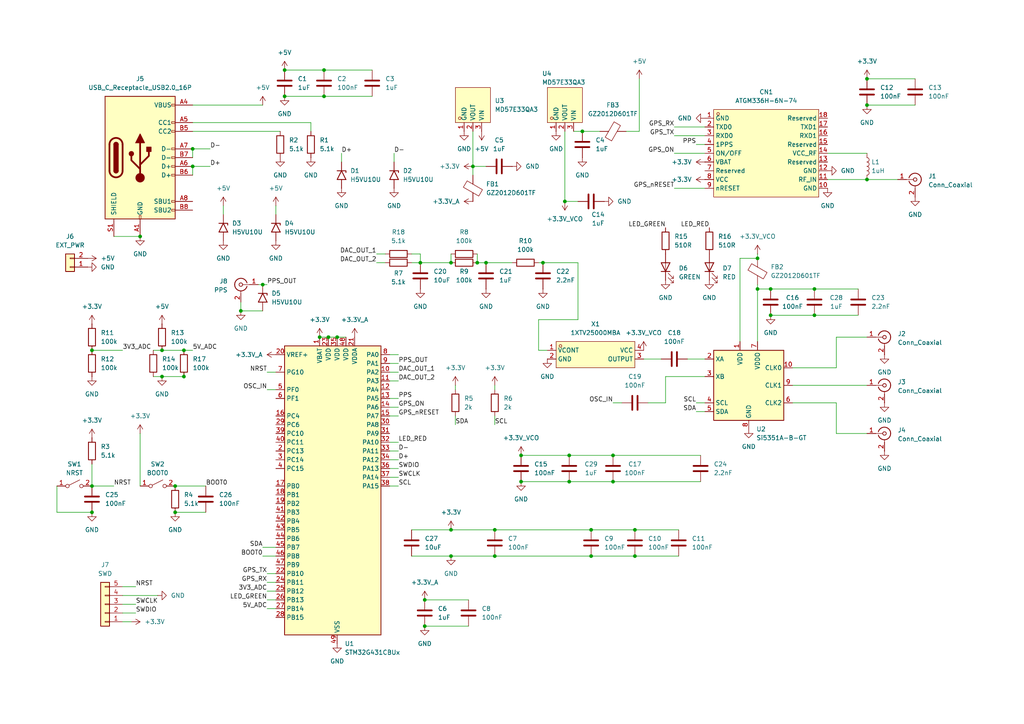
<source format=kicad_sch>
(kicad_sch (version 20231120) (generator "eeschema") (generator_version "8.0")
  (paper "A4")
  (junction (at 46.99 101.6))
  (junction (at 26.67 148.59))
  (junction (at 137.16 48.26))
  (junction (at 82.55 27.94))
  (junction (at 140.97 76.2))
  (junction (at 251.46 30.48))
  (junction (at 143.51 161.29))
  (junction (at 251.46 22.86))
  (junction (at 93.98 20.32))
  (junction (at 92.71 97.79))
  (junction (at 123.19 173.99))
  (junction (at 184.15 161.29))
  (junction (at 97.79 97.79))
  (junction (at 236.22 83.82))
  (junction (at 50.8 140.97))
  (junction (at 171.45 153.67))
  (junction (at 151.13 139.7))
  (junction (at 138.43 76.2))
  (junction (at 40.64 68.58))
  (junction (at 55.88 43.18))
  (junction (at 163.83 58.42))
  (junction (at 26.67 140.97))
  (junction (at 184.15 153.67))
  (junction (at 157.48 76.2))
  (junction (at 177.8 132.08))
  (junction (at 53.34 101.6))
  (junction (at 50.8 148.59))
  (junction (at 168.91 38.1))
  (junction (at 223.52 91.44))
  (junction (at 165.1 139.7))
  (junction (at 236.22 91.44))
  (junction (at 130.81 153.67))
  (junction (at 177.8 139.7))
  (junction (at 223.52 83.82))
  (junction (at 151.13 132.08))
  (junction (at 130.81 161.29))
  (junction (at 76.2 82.55))
  (junction (at 130.81 76.2))
  (junction (at 69.85 90.17))
  (junction (at 165.1 132.08))
  (junction (at 26.67 101.6))
  (junction (at 219.71 83.82))
  (junction (at 46.99 109.22))
  (junction (at 123.19 181.61))
  (junction (at 55.88 48.26))
  (junction (at 219.71 74.93))
  (junction (at 93.98 27.94))
  (junction (at 121.92 76.2))
  (junction (at 53.34 109.22))
  (junction (at 95.25 97.79))
  (junction (at 82.55 20.32))
  (junction (at 143.51 153.67))
  (junction (at 171.45 161.29))
  (junction (at 251.46 52.07))
  (wire (pts (xy 80.01 59.69) (xy 80.01 62.23)))
  (wire (pts (xy 50.8 148.59) (xy 59.69 148.59)))
  (wire (pts (xy 242.57 125.73) (xy 251.46 125.73)))
  (wire (pts (xy 137.16 48.26) (xy 137.16 50.8)))
  (wire (pts (xy 167.64 58.42) (xy 163.83 58.42)))
  (wire (pts (xy 97.79 97.79) (xy 100.33 97.79)))
  (wire (pts (xy 130.81 73.66) (xy 130.81 76.2)))
  (wire (pts (xy 109.22 76.2) (xy 111.76 76.2)))
  (wire (pts (xy 195.58 44.45) (xy 204.47 44.45)))
  (wire (pts (xy 26.67 148.59) (xy 16.51 148.59)))
  (wire (pts (xy 44.45 101.6) (xy 46.99 101.6)))
  (wire (pts (xy 199.39 104.14) (xy 204.47 104.14)))
  (wire (pts (xy 119.38 161.29) (xy 130.81 161.29)))
  (wire (pts (xy 242.57 97.79) (xy 251.46 97.79)))
  (wire (pts (xy 132.08 111.76) (xy 132.08 113.03)))
  (wire (pts (xy 109.22 73.66) (xy 111.76 73.66)))
  (wire (pts (xy 185.42 38.1) (xy 185.42 22.86)))
  (wire (pts (xy 55.88 43.18) (xy 60.96 43.18)))
  (wire (pts (xy 64.77 59.69) (xy 64.77 62.23)))
  (wire (pts (xy 115.57 133.35) (xy 113.03 133.35)))
  (wire (pts (xy 165.1 132.08) (xy 177.8 132.08)))
  (wire (pts (xy 123.19 181.61) (xy 135.89 181.61)))
  (wire (pts (xy 171.45 153.67) (xy 184.15 153.67)))
  (wire (pts (xy 137.16 38.1) (xy 137.16 48.26)))
  (wire (pts (xy 181.61 38.1) (xy 185.42 38.1)))
  (wire (pts (xy 115.57 130.81) (xy 113.03 130.81)))
  (wire (pts (xy 33.02 68.58) (xy 40.64 68.58)))
  (wire (pts (xy 177.8 139.7) (xy 203.2 139.7)))
  (wire (pts (xy 26.67 101.6) (xy 35.56 101.6)))
  (wire (pts (xy 99.06 44.45) (xy 99.06 46.99)))
  (wire (pts (xy 251.46 30.48) (xy 265.43 30.48)))
  (wire (pts (xy 90.17 35.56) (xy 90.17 38.1)))
  (wire (pts (xy 115.57 107.95) (xy 113.03 107.95)))
  (wire (pts (xy 156.21 101.6) (xy 158.75 101.6)))
  (wire (pts (xy 219.71 74.93) (xy 219.71 73.66)))
  (wire (pts (xy 77.47 171.45) (xy 80.01 171.45)))
  (wire (pts (xy 119.38 73.66) (xy 121.92 73.66)))
  (wire (pts (xy 55.88 35.56) (xy 90.17 35.56)))
  (wire (pts (xy 143.51 161.29) (xy 171.45 161.29)))
  (wire (pts (xy 204.47 109.22) (xy 193.04 109.22)))
  (wire (pts (xy 201.93 119.38) (xy 204.47 119.38)))
  (wire (pts (xy 55.88 48.26) (xy 55.88 50.8)))
  (wire (pts (xy 93.98 20.32) (xy 107.95 20.32)))
  (wire (pts (xy 55.88 48.26) (xy 60.96 48.26)))
  (wire (pts (xy 229.87 116.84) (xy 242.57 116.84)))
  (wire (pts (xy 219.71 83.82) (xy 219.71 82.55)))
  (wire (pts (xy 151.13 132.08) (xy 165.1 132.08)))
  (wire (pts (xy 33.02 140.97) (xy 26.67 140.97)))
  (wire (pts (xy 177.8 116.84) (xy 180.34 116.84)))
  (wire (pts (xy 115.57 110.49) (xy 113.03 110.49)))
  (wire (pts (xy 53.34 101.6) (xy 55.88 101.6)))
  (wire (pts (xy 44.45 109.22) (xy 46.99 109.22)))
  (wire (pts (xy 76.2 82.55) (xy 77.47 82.55)))
  (wire (pts (xy 114.3 44.45) (xy 114.3 46.99)))
  (wire (pts (xy 167.64 76.2) (xy 167.64 92.71)))
  (wire (pts (xy 140.97 48.26) (xy 137.16 48.26)))
  (wire (pts (xy 236.22 83.82) (xy 248.92 83.82)))
  (wire (pts (xy 113.03 140.97) (xy 115.57 140.97)))
  (wire (pts (xy 143.51 111.76) (xy 143.51 113.03)))
  (wire (pts (xy 77.47 176.53) (xy 80.01 176.53)))
  (wire (pts (xy 157.48 76.2) (xy 167.64 76.2)))
  (wire (pts (xy 214.63 74.93) (xy 219.71 74.93)))
  (wire (pts (xy 82.55 27.94) (xy 93.98 27.94)))
  (wire (pts (xy 95.25 97.79) (xy 97.79 97.79)))
  (wire (pts (xy 223.52 83.82) (xy 236.22 83.82)))
  (wire (pts (xy 167.64 92.71) (xy 156.21 92.71)))
  (wire (pts (xy 16.51 148.59) (xy 16.51 140.97)))
  (wire (pts (xy 240.03 52.07) (xy 251.46 52.07)))
  (wire (pts (xy 171.45 161.29) (xy 184.15 161.29)))
  (wire (pts (xy 240.03 44.45) (xy 251.46 44.45)))
  (wire (pts (xy 201.93 116.84) (xy 204.47 116.84)))
  (wire (pts (xy 115.57 128.27) (xy 113.03 128.27)))
  (wire (pts (xy 55.88 30.48) (xy 76.2 30.48)))
  (wire (pts (xy 38.1 180.34) (xy 35.56 180.34)))
  (wire (pts (xy 143.51 153.67) (xy 171.45 153.67)))
  (wire (pts (xy 219.71 83.82) (xy 219.71 99.06)))
  (wire (pts (xy 39.37 170.18) (xy 35.56 170.18)))
  (wire (pts (xy 77.47 173.99) (xy 80.01 173.99)))
  (wire (pts (xy 242.57 106.68) (xy 229.87 106.68)))
  (wire (pts (xy 93.98 27.94) (xy 107.95 27.94)))
  (wire (pts (xy 193.04 109.22) (xy 193.04 116.84)))
  (wire (pts (xy 184.15 161.29) (xy 196.85 161.29)))
  (wire (pts (xy 77.47 107.95) (xy 80.01 107.95)))
  (wire (pts (xy 39.37 175.26) (xy 35.56 175.26)))
  (wire (pts (xy 40.64 140.97) (xy 40.64 125.73)))
  (wire (pts (xy 143.51 123.19) (xy 143.51 120.65)))
  (wire (pts (xy 251.46 22.86) (xy 265.43 22.86)))
  (wire (pts (xy 115.57 105.41) (xy 113.03 105.41)))
  (wire (pts (xy 55.88 38.1) (xy 81.28 38.1)))
  (wire (pts (xy 223.52 83.82) (xy 219.71 83.82)))
  (wire (pts (xy 201.93 41.91) (xy 204.47 41.91)))
  (wire (pts (xy 77.47 166.37) (xy 80.01 166.37)))
  (wire (pts (xy 121.92 76.2) (xy 130.81 76.2)))
  (wire (pts (xy 151.13 139.7) (xy 165.1 139.7)))
  (wire (pts (xy 138.43 76.2) (xy 140.97 76.2)))
  (wire (pts (xy 76.2 161.29) (xy 80.01 161.29)))
  (wire (pts (xy 236.22 91.44) (xy 248.92 91.44)))
  (wire (pts (xy 123.19 173.99) (xy 135.89 173.99)))
  (wire (pts (xy 195.58 54.61) (xy 204.47 54.61)))
  (wire (pts (xy 251.46 52.07) (xy 260.35 52.07)))
  (wire (pts (xy 82.55 20.32) (xy 93.98 20.32)))
  (wire (pts (xy 177.8 132.08) (xy 203.2 132.08)))
  (wire (pts (xy 92.71 97.79) (xy 95.25 97.79)))
  (wire (pts (xy 130.81 153.67) (xy 143.51 153.67)))
  (wire (pts (xy 59.69 140.97) (xy 50.8 140.97)))
  (wire (pts (xy 115.57 138.43) (xy 113.03 138.43)))
  (wire (pts (xy 166.37 38.1) (xy 168.91 38.1)))
  (wire (pts (xy 121.92 73.66) (xy 121.92 76.2)))
  (wire (pts (xy 223.52 91.44) (xy 236.22 91.44)))
  (wire (pts (xy 115.57 120.65) (xy 113.03 120.65)))
  (wire (pts (xy 165.1 139.7) (xy 177.8 139.7)))
  (wire (pts (xy 46.99 101.6) (xy 53.34 101.6)))
  (wire (pts (xy 55.88 43.18) (xy 55.88 45.72)))
  (wire (pts (xy 53.34 109.22) (xy 46.99 109.22)))
  (wire (pts (xy 39.37 177.8) (xy 35.56 177.8)))
  (wire (pts (xy 186.69 104.14) (xy 191.77 104.14)))
  (wire (pts (xy 76.2 158.75) (xy 80.01 158.75)))
  (wire (pts (xy 156.21 76.2) (xy 157.48 76.2)))
  (wire (pts (xy 163.83 58.42) (xy 163.83 38.1)))
  (wire (pts (xy 115.57 135.89) (xy 113.03 135.89)))
  (wire (pts (xy 113.03 115.57) (xy 115.57 115.57)))
  (wire (pts (xy 242.57 97.79) (xy 242.57 106.68)))
  (wire (pts (xy 69.85 90.17) (xy 76.2 90.17)))
  (wire (pts (xy 53.34 107.95) (xy 53.34 109.22)))
  (wire (pts (xy 242.57 116.84) (xy 242.57 125.73)))
  (wire (pts (xy 132.08 123.19) (xy 132.08 120.65)))
  (wire (pts (xy 138.43 73.66) (xy 138.43 76.2)))
  (wire (pts (xy 195.58 39.37) (xy 204.47 39.37)))
  (wire (pts (xy 195.58 36.83) (xy 204.47 36.83)))
  (wire (pts (xy 74.93 82.55) (xy 76.2 82.55)))
  (wire (pts (xy 69.85 90.17) (xy 69.85 87.63)))
  (wire (pts (xy 77.47 113.03) (xy 80.01 113.03)))
  (wire (pts (xy 229.87 111.76) (xy 251.46 111.76)))
  (wire (pts (xy 45.72 172.72) (xy 35.56 172.72)))
  (wire (pts (xy 119.38 153.67) (xy 130.81 153.67)))
  (wire (pts (xy 156.21 92.71) (xy 156.21 101.6)))
  (wire (pts (xy 115.57 118.11) (xy 113.03 118.11)))
  (wire (pts (xy 119.38 76.2) (xy 121.92 76.2)))
  (wire (pts (xy 193.04 116.84) (xy 187.96 116.84)))
  (wire (pts (xy 168.91 38.1) (xy 173.99 38.1)))
  (wire (pts (xy 26.67 134.62) (xy 26.67 140.97)))
  (wire (pts (xy 140.97 76.2) (xy 148.59 76.2)))
  (wire (pts (xy 77.47 168.91) (xy 80.01 168.91)))
  (wire (pts (xy 214.63 74.93) (xy 214.63 99.06)))
  (wire (pts (xy 115.57 102.87) (xy 113.03 102.87)))
  (wire (pts (xy 130.81 161.29) (xy 143.51 161.29)))
  (wire (pts (xy 184.15 153.67) (xy 196.85 153.67)))
  (label "D+" (at 60.96 48.26 0))
  (label "SCL" (at 115.57 140.97 0))
  (label "SCL" (at 143.51 123.19 0))
  (label "D+" (at 115.57 133.35 0))
  (label "OSC_IN" (at 177.8 116.84 180))
  (label "SCL" (at 201.93 116.84 180))
  (label "GPS_RX" (at 77.47 168.91 180))
  (label "DAC_OUT_1" (at 115.57 107.95 0))
  (label "5V_ADC" (at 77.47 176.53 180))
  (label "DAC_OUT_2" (at 115.57 110.49 0))
  (label "NRST" (at 33.02 140.97 0))
  (label "SWCLK" (at 115.57 138.43 0))
  (label "NRST" (at 39.37 170.18 0))
  (label "3V3_ADC" (at 77.47 171.45 180))
  (label "3V3_ADC" (at 35.56 101.6 0))
  (label "GPS_ON" (at 115.57 118.11 0))
  (label "GPS_nRESET" (at 115.57 120.65 0))
  (label "LED_RED" (at 205.74 66.04 180))
  (label "GPS_RX" (at 195.58 36.83 180))
  (label "SDA" (at 76.2 158.75 180))
  (label "GPS_nRESET" (at 195.58 54.61 180))
  (label "GPS_TX" (at 195.58 39.37 180))
  (label "D-" (at 60.96 43.18 0))
  (label "SWDIO" (at 115.57 135.89 0))
  (label "D+" (at 99.06 44.45 0))
  (label "PPS" (at 201.93 41.91 180))
  (label "SWCLK" (at 39.37 175.26 0))
  (label "NRST" (at 77.47 107.95 180))
  (label "SWDIO" (at 39.37 177.8 0))
  (label "D-" (at 115.57 130.81 0))
  (label "GPS_TX" (at 77.47 166.37 180))
  (label "LED_GREEN" (at 77.47 173.99 180))
  (label "D-" (at 114.3 44.45 0))
  (label "DAC_OUT_2" (at 109.22 76.2 180))
  (label "BOOT0" (at 76.2 161.29 180))
  (label "PPS" (at 115.57 115.57 0))
  (label "OSC_IN" (at 77.47 113.03 180))
  (label "PPS_OUT" (at 77.47 82.55 0))
  (label "SDA" (at 132.08 123.19 0))
  (label "SDA" (at 201.93 119.38 180))
  (label "LED_GREEN" (at 193.04 66.04 180))
  (label "PPS_OUT" (at 115.57 105.41 0))
  (label "5V_ADC" (at 55.88 101.6 0))
  (label "DAC_OUT_1" (at 109.22 73.66 180))
  (label "GPS_ON" (at 195.58 44.45 180))
  (label "LED_RED" (at 115.57 128.27 0))
  (label "BOOT0" (at 59.69 140.97 0))
  (symbol (lib_id "Device:R") (at 134.62 73.66 90) (unit 1)
    (property "Reference" "R8" (at 134.62 67.31 90))
    (property "Value" "100k" (at 134.62 69.85 90))
    (property "Footprint" "Resistor_SMD:R_0603_1608Metric" (effects (hide yes)))
    (property "Description" "Resistor" (effects (hide yes)))
  )
  (symbol (lib_id "Device:C") (at 26.67 144.78 180) (unit 1)
    (property "Reference" "C25" (at 30.48 143.5099 0) (effects (justify right)))
    (property "Value" "100nF" (at 30.48 146.0499 0) (effects (justify right)))
    (property "Footprint" "Capacitor_SMD:C_0603_1608Metric" (effects (hide yes)))
    (property "Description" "Unpolarized capacitor" (effects (hide yes)))
  )
  (symbol (lib_id "power:GND") (at 175.26 58.42 90) (unit 1)
    (property "Reference" "#PWR055" (effects (hide yes)))
    (property "Value" "GND" (at 179.07 58.4199 90) (effects (justify right)))
    (property "Description" "Power symbol creates a global label with name \"GND\" , ground" (effects (hide yes)))
  )
  (symbol (lib_id "power:GND") (at 69.85 90.17 0) (unit 1)
    (property "Reference" "#PWR059" (effects (hide yes)))
    (property "Value" "GND" (at 69.85 95.25 0))
    (property "Description" "Power symbol creates a global label with name \"GND\" , ground" (effects (hide yes)))
  )
  (symbol (lib_id "power:GND") (at 45.72 172.72 90) (unit 1)
    (property "Reference" "#PWR052" (effects (hide yes)))
    (property "Value" "GND" (at 49.53 172.7199 90) (effects (justify right)))
    (property "Description" "Power symbol creates a global label with name \"GND\" , ground" (effects (hide yes)))
  )
  (symbol (lib_id "Connector_Generic:Conn_01x05") (at 30.48 175.26 180) (unit 1)
    (property "Reference" "J7" (at 30.48 163.83 0))
    (property "Value" "SWD" (at 30.48 166.37 0))
    (property "Footprint" "Connector_PinHeader_2.54mm:PinHeader_1x05_P2.54mm_Vertical" (effects (hide yes)))
    (property "Description" "Generic connector, single row, 01x05, script generated (kicad-library-utils/schlib/autogen/connector/)" (effects (hide yes)))
  )
  (symbol (lib_id "power:GND") (at 251.46 30.48 0) (unit 1)
    (property "Reference" "#PWR029" (effects (hide yes)))
    (property "Value" "GND" (at 251.46 35.56 0))
    (property "Description" "Power symbol creates a global label with name \"GND\" , ground" (effects (hide yes)))
  )
  (symbol (lib_id "Device:R") (at 143.51 116.84 180) (unit 1)
    (property "Reference" "R6" (at 146.05 115.5699 0) (effects (justify right)))
    (property "Value" "2k" (at 146.05 118.1099 0) (effects (justify right)))
    (property "Footprint" "Resistor_SMD:R_0603_1608Metric" (effects (hide yes)))
    (property "Description" "Resistor" (effects (hide yes)))
  )
  (symbol (lib_id "power:GND") (at 168.91 45.72 0) (unit 1)
    (property "Reference" "#PWR068" (effects (hide yes)))
    (property "Value" "GND" (at 168.91 50.8 0))
    (property "Description" "Power symbol creates a global label with name \"GND\" , ground" (effects (hide yes)))
  )
  (symbol (lib_id "Connector:Conn_Coaxial") (at 256.54 111.76 0) (unit 1)
    (property "Reference" "J3" (at 260.35 110.7831 0) (effects (justify left)))
    (property "Value" "Conn_Coaxial" (at 260.35 113.3231 0) (effects (justify left)))
    (property "Footprint" "easyeda:SMA-SMD_BWSMA-KE-P001" (effects (hide yes)))
    (property "Description" "coaxial connector (BNC, SMA, SMB, SMC, Cinch/RCA, LEMO, ...)" (effects (hide yes)))
  )
  (symbol (lib_id "power:+3.3V") (at 185.42 22.86 0) (unit 1)
    (property "Reference" "#PWR023" (effects (hide yes)))
    (property "Value" "+5V" (at 185.42 17.78 0))
    (property "Description" "Power symbol creates a global label with name \"+3.3V\"" (effects (hide yes)))
  )
  (symbol (lib_id "easyeda:ATGM336H-6N-74") (at 222.25 44.45 0) (unit 1)
    (property "Reference" "CN1" (at 222.25 26.67 0))
    (property "Value" "ATGM336H-6N-74" (at 222.25 29.21 0))
    (property "Footprint" "easyeda:COMM-SMD_18P-L10.1-W9.7-P1.1-TL_L76-LB" (effects (hide yes)))
    (property "LCSC Part" "C5804601" (effects (hide yes)))
  )
  (symbol (lib_id "Device:R") (at 115.57 76.2 90) (unit 1)
    (property "Reference" "R7" (at 115.57 79.248 90))
    (property "Value" "5.1k" (at 115.57 81.788 90))
    (property "Footprint" "Resistor_SMD:R_0603_1608Metric" (effects (hide yes)))
    (property "Description" "Resistor" (effects (hide yes)))
  )
  (symbol (lib_id "Device:FerriteBead") (at 137.16 54.61 180) (unit 1)
    (property "Reference" "FB1" (at 140.97 53.3907 0) (effects (justify right)))
    (property "Value" "GZ2012D601TF" (at 140.97 55.9307 0) (effects (justify right)))
    (property "Footprint" "Inductor_SMD:L_0805_2012Metric" (effects (hide yes)))
    (property "Description" "Ferrite bead" (effects (hide yes)))
  )
  (symbol (lib_id "power:GND") (at 240.03 54.61 0) (unit 1)
    (property "Reference" "#PWR02" (effects (hide yes)))
    (property "Value" "GND" (at 240.03 59.69 0))
    (property "Description" "Power symbol creates a global label with name \"GND\" , ground" (effects (hide yes)))
  )
  (symbol (lib_id "easyeda:MD57E33QA3") (at 137.16 30.48 90) (unit 1)
    (property "Reference" "U3" (at 143.51 29.2099 90) (effects (justify right)))
    (property "Value" "MD57E33QA3" (at 143.51 31.7499 90) (effects (justify right)))
    (property "Footprint" "easyeda:SOT-23-3_L2.9-W1.6-P1.90-LS2.8-BR" (effects (hide yes)))
    (property "LCSC Part" "C920553" (effects (hide yes)))
  )
  (symbol (lib_id "Device:R") (at 134.62 76.2 90) (unit 1)
    (property "Reference" "R9" (at 134.62 78.74 90))
    (property "Value" "100k" (at 134.62 81.28 90))
    (property "Footprint" "Resistor_SMD:R_0603_1608Metric" (effects (hide yes)))
    (property "Description" "Resistor" (effects (hide yes)))
  )
  (symbol (lib_id "Device:C") (at 59.69 144.78 180) (unit 1)
    (property "Reference" "C26" (at 63.5 143.5099 0) (effects (justify right)))
    (property "Value" "100nF" (at 63.5 146.0499 0) (effects (justify right)))
    (property "Footprint" "Capacitor_SMD:C_0603_1608Metric" (effects (hide yes)))
    (property "Description" "Unpolarized capacitor" (effects (hide yes)))
  )
  (symbol (lib_id "Device:C") (at 123.19 177.8 0) (unit 1)
    (property "Reference" "C6" (at 127 176.5299 0) (effects (justify left)))
    (property "Value" "1uF" (at 127 179.0699 0) (effects (justify left)))
    (property "Footprint" "Capacitor_SMD:C_0603_1608Metric" (effects (hide yes)))
    (property "Description" "Unpolarized capacitor" (effects (hide yes)))
  )
  (symbol (lib_id "power:+3.3V") (at 219.71 73.66 0) (unit 1)
    (property "Reference" "#PWR033" (effects (hide yes)))
    (property "Value" "+3.3V_VCO" (at 219.71 68.58 0))
    (property "Description" "Power symbol creates a global label with name \"+3.3V\"" (effects (hide yes)))
  )
  (symbol (lib_id "Device:C") (at 143.51 157.48 0) (unit 1)
    (property "Reference" "C7" (at 147.32 156.2099 0) (effects (justify left)))
    (property "Value" "100nF" (at 147.32 158.7499 0) (effects (justify left)))
    (property "Footprint" "Capacitor_SMD:C_0603_1608Metric" (effects (hide yes)))
    (property "Description" "Unpolarized capacitor" (effects (hide yes)))
  )
  (symbol (lib_id "Device:C") (at 184.15 116.84 90) (unit 1)
    (property "Reference" "C19" (at 184.15 109.22 90))
    (property "Value" "100nF" (at 184.15 111.76 90))
    (property "Footprint" "Capacitor_SMD:C_0603_1608Metric" (effects (hide yes)))
    (property "Description" "Unpolarized capacitor" (effects (hide yes)))
  )
  (symbol (lib_id "power:GND") (at 217.17 124.46 0) (unit 1)
    (property "Reference" "#PWR08" (effects (hide yes)))
    (property "Value" "GND" (at 217.17 129.54 0))
    (property "Description" "Power symbol creates a global label with name \"GND\" , ground" (effects (hide yes)))
  )
  (symbol (lib_id "Device:LED") (at 205.74 77.47 90) (unit 1)
    (property "Reference" "D7" (at 209.55 77.7874 90) (effects (justify right)))
    (property "Value" "RED" (at 209.55 80.3274 90) (effects (justify right)))
    (property "Footprint" "LED_SMD:LED_0603_1608Metric" (effects (hide yes)))
    (property "Description" "Light emitting diode" (effects (hide yes)))
  )
  (symbol (lib_id "Device:R") (at 26.67 130.81 180) (unit 1)
    (property "Reference" "R3" (at 29.21 129.5399 0) (effects (justify right)))
    (property "Value" "5.1k" (at 29.21 132.0799 0) (effects (justify right)))
    (property "Footprint" "Resistor_SMD:R_0603_1608Metric" (effects (hide yes)))
    (property "Description" "Resistor" (effects (hide yes)))
  )
  (symbol (lib_id "power:GND") (at 158.75 104.14 0) (unit 1)
    (property "Reference" "#PWR09" (effects (hide yes)))
    (property "Value" "GND" (at 158.75 109.22 0))
    (property "Description" "Power symbol creates a global label with name \"GND\" , ground" (effects (hide yes)))
  )
  (symbol (lib_id "power:+3.3V") (at 46.99 93.98 0) (unit 1)
    (property "Reference" "#PWR057" (effects (hide yes)))
    (property "Value" "+5V" (at 46.99 88.9 0))
    (property "Description" "Power symbol creates a global label with name \"+3.3V\"" (effects (hide yes)))
  )
  (symbol (lib_id "power:+3.3V") (at 76.2 30.48 0) (unit 1)
    (property "Reference" "#PWR015" (effects (hide yes)))
    (property "Value" "+5V" (at 76.2 25.4 0))
    (property "Description" "Power symbol creates a global label with name \"+3.3V\"" (effects (hide yes)))
  )
  (symbol (lib_id "power:GND") (at 151.13 139.7 0) (unit 1)
    (property "Reference" "#PWR031" (effects (hide yes)))
    (property "Value" "GND" (at 151.13 144.78 0))
    (property "Description" "Power symbol creates a global label with name \"GND\" , ground" (effects (hide yes)))
  )
  (symbol (lib_id "Device:LED") (at 193.04 77.47 90) (unit 1)
    (property "Reference" "D6" (at 196.85 77.7874 90) (effects (justify right)))
    (property "Value" "GREEN" (at 196.85 80.3274 90) (effects (justify right)))
    (property "Footprint" "LED_SMD:LED_0805_2012Metric" (effects (hide yes)))
    (property "Description" "Light emitting diode" (effects (hide yes)))
  )
  (symbol (lib_id "power:+3.3V") (at 251.46 22.86 0) (unit 1)
    (property "Reference" "#PWR028" (effects (hide yes)))
    (property "Value" "+3.3V" (at 251.46 17.78 0))
    (property "Description" "Power symbol creates a global label with name \"+3.3V\"" (effects (hide yes)))
  )
  (symbol (lib_id "power:GND") (at 64.77 69.85 0) (unit 1)
    (property "Reference" "#PWR041" (effects (hide yes)))
    (property "Value" "GND" (at 64.77 74.93 0))
    (property "Description" "Power symbol creates a global label with name \"GND\" , ground" (effects (hide yes)))
  )
  (symbol (lib_id "Diode:SMAJ5.0A") (at 80.01 66.04 270) (unit 1)
    (property "Reference" "D4" (at 82.55 64.7699 90) (effects (justify left)))
    (property "Value" "H5VU10U" (at 82.55 67.3099 90) (effects (justify left)))
    (property "Footprint" "Diode_SMD:D_SOD-882D" (effects (hide yes)))
  )
  (symbol (lib_id "power:GND") (at 123.19 181.61 0) (unit 1)
    (property "Reference" "#PWR067" (effects (hide yes)))
    (property "Value" "GND" (at 123.19 186.69 0))
    (property "Description" "Power symbol creates a global label with name \"GND\" , ground" (effects (hide yes)))
  )
  (symbol (lib_id "power:GND") (at 140.97 83.82 0) (unit 1)
    (property "Reference" "#PWR037" (effects (hide yes)))
    (property "Value" "GND" (at 140.97 88.9 0))
    (property "Description" "Power symbol creates a global label with name \"GND\" , ground" (effects (hide yes)))
  )
  (symbol (lib_id "power:GND") (at 193.04 81.28 0) (unit 1)
    (property "Reference" "#PWR060" (effects (hide yes)))
    (property "Value" "GND" (at 193.04 86.36 0))
    (property "Description" "Power symbol creates a global label with name \"GND\" , ground" (effects (hide yes)))
  )
  (symbol (lib_id "Device:R") (at 50.8 144.78 180) (unit 1)
    (property "Reference" "R4" (at 53.34 143.5099 0) (effects (justify right)))
    (property "Value" "5.1k" (at 53.34 146.0499 0) (effects (justify right)))
    (property "Footprint" "Resistor_SMD:R_0603_1608Metric" (effects (hide yes)))
    (property "Description" "Resistor" (effects (hide yes)))
  )
  (symbol (lib_id "Switch:SW_SPST") (at 21.59 140.97 0) (unit 1)
    (property "Reference" "SW1" (at 21.59 134.62 0))
    (property "Value" "NRST" (at 21.59 137.16 0))
    (property "Footprint" "easyeda:SW-SMD_4P-L5.1-W5.1-P3.70-LS6.5-TL-2" (effects (hide yes)))
    (property "Description" "Single Pole Single Throw (SPST) switch" (effects (hide yes)))
  )
  (symbol (lib_id "power:GND") (at 265.43 57.15 0) (unit 1)
    (property "Reference" "#PWR01" (effects (hide yes)))
    (property "Value" "GND" (at 265.43 62.23 0))
    (property "Description" "Power symbol creates a global label with name \"GND\" , ground" (effects (hide yes)))
  )
  (symbol (lib_id "Device:C") (at 168.91 41.91 0) (unit 1)
    (property "Reference" "C4" (at 172.72 40.6399 0) (effects (justify left)))
    (property "Value" "1uF" (at 172.72 43.1799 0) (effects (justify left)))
    (property "Footprint" "Capacitor_SMD:C_0603_1608Metric" (effects (hide yes)))
    (property "Description" "Unpolarized capacitor" (effects (hide yes)))
  )
  (symbol (lib_id "Device:L") (at 251.46 48.26 0) (unit 1)
    (property "Reference" "L1" (at 252.73 46.9899 0) (effects (justify left)))
    (property "Value" "1uH" (at 252.73 49.5299 0) (effects (justify left)))
    (property "Footprint" "Inductor_SMD:L_0805_2012Metric" (effects (hide yes)))
    (property "Description" "Inductor" (effects (hide yes)))
  )
  (symbol (lib_id "power:GND") (at 99.06 54.61 0) (unit 1)
    (property "Reference" "#PWR039" (effects (hide yes)))
    (property "Value" "GND" (at 99.06 59.69 0))
    (property "Description" "Power symbol creates a global label with name \"GND\" , ground" (effects (hide yes)))
  )
  (symbol (lib_id "power:+3.3V") (at 204.47 52.07 90) (unit 1)
    (property "Reference" "#PWR026" (effects (hide yes)))
    (property "Value" "+3.3V" (at 200.66 52.0699 90) (effects (justify left)))
    (property "Description" "Power symbol creates a global label with name \"+3.3V\"" (effects (hide yes)))
  )
  (symbol (lib_id "Device:R") (at 115.57 73.66 90) (unit 1)
    (property "Reference" "R18" (at 115.57 67.31 90))
    (property "Value" "5.1k" (at 115.57 69.85 90))
    (property "Footprint" "Resistor_SMD:R_0603_1608Metric" (effects (hide yes)))
    (property "Description" "Resistor" (effects (hide yes)))
  )
  (symbol (lib_id "Device:C") (at 265.43 26.67 0) (unit 1)
    (property "Reference" "C13" (at 269.24 25.3999 0) (effects (justify left)))
    (property "Value" "100nF" (at 269.24 27.9399 0) (effects (justify left)))
    (property "Footprint" "Capacitor_SMD:C_0603_1608Metric" (effects (hide yes)))
    (property "Description" "Unpolarized capacitor" (effects (hide yes)))
  )
  (symbol (lib_id "Connector:Conn_Coaxial") (at 256.54 97.79 0) (unit 1)
    (property "Reference" "J2" (at 260.35 96.8131 0) (effects (justify left)))
    (property "Value" "Conn_Coaxial" (at 260.35 99.3531 0) (effects (justify left)))
    (property "Footprint" "easyeda:SMA-SMD_BWSMA-KE-P001" (effects (hide yes)))
    (property "Description" "coaxial connector (BNC, SMA, SMB, SMC, Cinch/RCA, LEMO, ...)" (effects (hide yes)))
  )
  (symbol (lib_id "power:GND") (at 121.92 83.82 0) (unit 1)
    (property "Reference" "#PWR036" (effects (hide yes)))
    (property "Value" "GND" (at 121.92 88.9 0))
    (property "Description" "Power symbol creates a global label with name \"GND\" , ground" (effects (hide yes)))
  )
  (symbol (lib_id "Device:C") (at 196.85 157.48 0) (unit 1)
    (property "Reference" "C11" (at 200.66 156.2099 0) (effects (justify left)))
    (property "Value" "100nF" (at 200.66 158.7499 0) (effects (justify left)))
    (property "Footprint" "Capacitor_SMD:C_0603_1608Metric" (effects (hide yes)))
    (property "Description" "Unpolarized capacitor" (effects (hide yes)))
  )
  (symbol (lib_id "Device:R") (at 205.74 69.85 180) (unit 1)
    (property "Reference" "R16" (at 208.28 68.5799 0) (effects (justify right)))
    (property "Value" "510R" (at 208.28 71.1199 0) (effects (justify right)))
    (property "Footprint" "Resistor_SMD:R_0603_1608Metric" (effects (hide yes)))
    (property "Description" "Resistor" (effects (hide yes)))
  )
  (symbol (lib_id "Device:R") (at 81.28 41.91 180) (unit 1)
    (property "Reference" "R2" (at 83.82 40.6399 0) (effects (justify right)))
    (property "Value" "5.1k" (at 83.82 43.1799 0) (effects (justify right)))
    (property "Footprint" "Resistor_SMD:R_0603_1608Metric" (effects (hide yes)))
    (property "Description" "Resistor" (effects (hide yes)))
  )
  (symbol (lib_id "power:GND") (at 161.29 38.1 0) (unit 1)
    (property "Reference" "#PWR021" (effects (hide yes)))
    (property "Value" "GND" (at 161.29 43.18 0))
    (property "Description" "Power symbol creates a global label with name \"GND\" , ground" (effects (hide yes)))
  )
  (symbol (lib_id "power:GND") (at 223.52 91.44 0) (unit 1)
    (property "Reference" "#PWR062" (effects (hide yes)))
    (property "Value" "GND" (at 223.52 96.52 0))
    (property "Description" "Power symbol creates a global label with name \"GND\" , ground" (effects (hide yes)))
  )
  (symbol (lib_id "Device:R") (at 46.99 97.79 180) (unit 1)
    (property "Reference" "R13" (at 49.53 96.5199 0) (effects (justify right)))
    (property "Value" "100k" (at 49.53 99.0599 0) (effects (justify right)))
    (property "Footprint" "Resistor_SMD:R_0603_1608Metric" (effects (hide yes)))
    (property "Description" "Resistor" (effects (hide yes)))
  )
  (symbol (lib_id "Device:C") (at 140.97 80.01 0) (unit 1)
    (property "Reference" "C21" (at 144.78 78.7399 0) (effects (justify left)))
    (property "Value" "1uF" (at 144.78 81.2799 0) (effects (justify left)))
    (property "Footprint" "Capacitor_SMD:C_0603_1608Metric" (effects (hide yes)))
    (property "Description" "Unpolarized capacitor" (effects (hide yes)))
  )
  (symbol (lib_id "power:+3.3V") (at 139.7 38.1 180) (unit 1)
    (property "Reference" "#PWR018" (effects (hide yes)))
    (property "Value" "+5V" (at 139.7 43.18 0))
    (property "Description" "Power symbol creates a global label with name \"+3.3V\"" (effects (hide yes)))
  )
  (symbol (lib_id "Device:C") (at 184.15 157.48 0) (unit 1)
    (property "Reference" "C10" (at 187.96 156.2099 0) (effects (justify left)))
    (property "Value" "100nF" (at 187.96 158.7499 0) (effects (justify left)))
    (property "Footprint" "Capacitor_SMD:C_0603_1608Metric" (effects (hide yes)))
    (property "Description" "Unpolarized capacitor" (effects (hide yes)))
  )
  (symbol (lib_id "power:+3.3V") (at 143.51 111.76 0) (unit 1)
    (property "Reference" "#PWR035" (effects (hide yes)))
    (property "Value" "+3.3V" (at 143.51 106.68 0))
    (property "Description" "Power symbol creates a global label with name \"+3.3V\"" (effects (hide yes)))
  )
  (symbol (lib_id "Device:C") (at 203.2 135.89 0) (unit 1)
    (property "Reference" "C24" (at 207.01 134.6199 0) (effects (justify left)))
    (property "Value" "2.2nF" (at 207.01 137.1599 0) (effects (justify left)))
    (property "Footprint" "Capacitor_SMD:C_0805_2012Metric" (effects (hide yes)))
    (property "Description" "Unpolarized capacitor" (effects (hide yes)))
  )
  (symbol (lib_id "Device:C") (at 251.46 26.67 0) (unit 1)
    (property "Reference" "C12" (at 255.27 25.3999 0) (effects (justify left)))
    (property "Value" "100nF" (at 255.27 27.9399 0) (effects (justify left)))
    (property "Footprint" "Capacitor_SMD:C_0603_1608Metric" (effects (hide yes)))
    (property "Description" "Unpolarized capacitor" (effects (hide yes)))
  )
  (symbol (lib_id "power:GND") (at 148.59 48.26 90) (unit 1)
    (property "Reference" "#PWR058" (effects (hide yes)))
    (property "Value" "GND" (at 152.4 48.2599 90) (effects (justify right)))
    (property "Description" "Power symbol creates a global label with name \"GND\" , ground" (effects (hide yes)))
  )
  (symbol (lib_id "power:+3.3V") (at 102.87 97.79 0) (unit 1)
    (property "Reference" "#PWR064" (effects (hide yes)))
    (property "Value" "+3.3V_A" (at 102.87 92.71 0))
    (property "Description" "Power symbol creates a global label with name \"+3.3V\"" (effects (hide yes)))
  )
  (symbol (lib_id "Device:C") (at 248.92 87.63 0) (unit 1)
    (property "Reference" "C23" (at 252.73 86.3599 0) (effects (justify left)))
    (property "Value" "2.2nF" (at 252.73 88.8999 0) (effects (justify left)))
    (property "Footprint" "Capacitor_SMD:C_0805_2012Metric" (effects (hide yes)))
    (property "Description" "Unpolarized capacitor" (effects (hide yes)))
  )
  (symbol (lib_id "Device:C") (at 223.52 87.63 0) (unit 1)
    (property "Reference" "C16" (at 229.87 86.36 0))
    (property "Value" "100nF" (at 229.87 88.9 0))
    (property "Footprint" "Capacitor_SMD:C_0603_1608Metric" (effects (hide yes)))
    (property "Description" "Unpolarized capacitor" (effects (hide yes)))
  )
  (symbol (lib_id "power:+3.3V") (at 92.71 97.79 0) (unit 1)
    (property "Reference" "#PWR012" (effects (hide yes)))
    (property "Value" "+3.3V" (at 92.71 92.71 0))
    (property "Description" "Power symbol creates a global label with name \"+3.3V\"" (effects (hide yes)))
  )
  (symbol (lib_id "power:GND") (at 40.64 68.58 0) (unit 1)
    (property "Reference" "#PWR011" (effects (hide yes)))
    (property "Value" "GND" (at 40.64 73.66 0))
    (property "Description" "Power symbol creates a global label with name \"GND\" , ground" (effects (hide yes)))
  )
  (symbol (lib_id "Diode:SMAJ5.0A") (at 64.77 66.04 270) (unit 1)
    (property "Reference" "D3" (at 67.31 64.7699 90) (effects (justify left)))
    (property "Value" "H5VU10U" (at 67.31 67.3099 90) (effects (justify left)))
    (property "Footprint" "Diode_SMD:D_SOD-882D" (effects (hide yes)))
  )
  (symbol (lib_id "Device:C") (at 107.95 24.13 0) (unit 1)
    (property "Reference" "C3" (at 111.76 22.8599 0) (effects (justify left)))
    (property "Value" "1uF" (at 111.76 25.3999 0) (effects (justify left)))
    (property "Footprint" "Capacitor_SMD:C_0603_1608Metric" (effects (hide yes)))
    (property "Description" "Unpolarized capacitor" (effects (hide yes)))
  )
  (symbol (lib_id "easyeda:MD57E33QA3") (at 163.83 30.48 90) (unit 1)
    (property "Reference" "U4" (at 157.226 21.336 90) (effects (justify right)))
    (property "Value" "MD57E33QA3" (at 157.226 23.876 90) (effects (justify right)))
    (property "Footprint" "easyeda:SOT-23-3_L2.9-W1.6-P1.90-LS2.8-BR" (effects (hide yes)))
    (property "LCSC Part" "C920553" (effects (hide yes)))
  )
  (symbol (lib_id "power:+3.3V") (at 204.47 46.99 90) (unit 1)
    (property "Reference" "#PWR027" (effects (hide yes)))
    (property "Value" "+3.3V" (at 200.66 46.9899 90) (effects (justify left)))
    (property "Description" "Power symbol creates a global label with name \"+3.3V\"" (effects (hide yes)))
  )
  (symbol (lib_id "power:+3.3V") (at 25.4 74.93 270) (unit 1)
    (property "Reference" "#PWR045" (effects (hide yes)))
    (property "Value" "+5V" (at 29.21 74.9299 90) (effects (justify left)))
    (property "Description" "Power symbol creates a global label with name \"+3.3V\"" (effects (hide yes)))
  )
  (symbol (lib_id "Device:C") (at 151.13 135.89 0) (unit 1)
    (property "Reference" "C15" (at 154.94 134.6199 0) (effects (justify left)))
    (property "Value" "100nF" (at 154.94 137.1599 0) (effects (justify left)))
    (property "Footprint" "Capacitor_SMD:C_0603_1608Metric" (effects (hide yes)))
    (property "Description" "Unpolarized capacitor" (effects (hide yes)))
  )
  (symbol (lib_id "Diode:SMAJ5.0A") (at 99.06 50.8 270) (unit 1)
    (property "Reference" "D1" (at 101.6 49.5299 90) (effects (justify left)))
    (property "Value" "H5VU10U" (at 101.6 52.0699 90) (effects (justify left)))
    (property "Footprint" "Diode_SMD:D_SOD-882D" (effects (hide yes)))
  )
  (symbol (lib_id "Device:R") (at 44.45 105.41 180) (unit 1)
    (property "Reference" "R14" (at 46.99 104.1399 0) (effects (justify right)))
    (property "Value" "100k" (at 46.99 106.6799 0) (effects (justify right)))
    (property "Footprint" "Resistor_SMD:R_0603_1608Metric" (effects (hide yes)))
    (property "Description" "Resistor" (effects (hide yes)))
  )
  (symbol (lib_id "power:+3.3V") (at 186.69 101.6 0) (unit 1)
    (property "Reference" "#PWR032" (effects (hide yes)))
    (property "Value" "+3.3V_VCO" (at 186.69 96.52 0))
    (property "Description" "Power symbol creates a global label with name \"+3.3V\"" (effects (hide yes)))
  )
  (symbol (lib_id "power:GND") (at 97.79 186.69 0) (unit 1)
    (property "Reference" "#PWR010" (effects (hide yes)))
    (property "Value" "GND" (at 97.79 191.77 0))
    (property "Description" "Power symbol creates a global label with name \"GND\" , ground" (effects (hide yes)))
  )
  (symbol (lib_id "Connector:Conn_Coaxial") (at 265.43 52.07 0) (unit 1)
    (property "Reference" "J1" (at 269.24 51.0931 0) (effects (justify left)))
    (property "Value" "Conn_Coaxial" (at 269.24 53.6331 0) (effects (justify left)))
    (property "Footprint" "easyeda:SMA-SMD_BWSMA-KE-P001" (effects (hide yes)))
    (property "Description" "coaxial connector (BNC, SMA, SMB, SMC, Cinch/RCA, LEMO, ...)" (effects (hide yes)))
  )
  (symbol (lib_id "Device:C") (at 195.58 104.14 90) (unit 1)
    (property "Reference" "C18" (at 195.58 96.52 90))
    (property "Value" "100nF" (at 195.58 99.06 90))
    (property "Footprint" "Capacitor_SMD:C_0603_1608Metric" (effects (hide yes)))
    (property "Description" "Unpolarized capacitor" (effects (hide yes)))
  )
  (symbol (lib_id "Oscillator:Si5351A-B-GT") (at 217.17 111.76 0) (unit 1)
    (property "Reference" "U2" (at 219.3641 124.46 0) (effects (justify left)))
    (property "Value" "Si5351A-B-GT" (at 219.3641 127 0) (effects (justify left)))
    (property "Footprint" "Package_SO:MSOP-10_3x3mm_P0.5mm" (effects (hide yes)))
    (property "Datasheet" "https://www.silabs.com/documents/public/data-sheets/Si5351-B.pdf" (effects (hide yes)))
    (property "Description" "I2C Programmable Any-Frequency CMOS Clock Generator, MSOP-8" (effects (hide yes)))
  )
  (symbol (lib_id "power:+3.3V") (at 163.83 58.42 180) (unit 1)
    (property "Reference" "#PWR022" (effects (hide yes)))
    (property "Value" "+3.3V_VCO" (at 163.83 63.5 0))
    (property "Description" "Power symbol creates a global label with name \"+3.3V\"" (effects (hide yes)))
  )
  (symbol (lib_id "Device:C") (at 171.45 58.42 90) (unit 1)
    (property "Reference" "C14" (at 173.482 62.23 90))
    (property "Value" "1uF" (at 173.482 64.77 90))
    (property "Footprint" "Capacitor_SMD:C_0603_1608Metric" (effects (hide yes)))
    (property "Description" "Unpolarized capacitor" (effects (hide yes)))
  )
  (symbol (lib_id "Device:C") (at 157.48 80.01 0) (unit 1)
    (property "Reference" "C22" (at 161.29 78.7399 0) (effects (justify left)))
    (property "Value" "2.2nF" (at 161.29 81.2799 0) (effects (justify left)))
    (property "Footprint" "Capacitor_SMD:C_0805_2012Metric" (effects (hide yes)))
    (property "Description" "Unpolarized capacitor" (effects (hide yes)))
  )
  (symbol (lib_id "power:GND") (at 82.55 27.94 0) (unit 1)
    (property "Reference" "#PWR017" (effects (hide yes)))
    (property "Value" "GND" (at 82.55 33.02 0))
    (property "Description" "Power symbol creates a global label with name \"GND\" , ground" (effects (hide yes)))
  )
  (symbol (lib_id "power:GND") (at 240.03 49.53 90) (unit 1)
    (property "Reference" "#PWR03" (effects (hide yes)))
    (property "Value" "GND" (at 243.84 49.5299 90) (effects (justify right)))
    (property "Description" "Power symbol creates a global label with name \"GND\" , ground" (effects (hide yes)))
  )
  (symbol (lib_id "power:GND") (at 90.17 45.72 0) (unit 1)
    (property "Reference" "#PWR014" (effects (hide yes)))
    (property "Value" "GND" (at 90.17 50.8 0))
    (property "Description" "Power symbol creates a global label with name \"GND\" , ground" (effects (hide yes)))
  )
  (symbol (lib_id "power:GND") (at 50.8 148.59 0) (unit 1)
    (property "Reference" "#PWR050" (effects (hide yes)))
    (property "Value" "GND" (at 50.8 153.67 0))
    (property "Description" "Power symbol creates a global label with name \"GND\" , ground" (effects (hide yes)))
  )
  (symbol (lib_id "power:+3.3V") (at 64.77 59.69 0) (unit 1)
    (property "Reference" "#PWR042" (effects (hide yes)))
    (property "Value" "+5V" (at 64.77 54.61 0))
    (property "Description" "Power symbol creates a global label with name \"+3.3V\"" (effects (hide yes)))
  )
  (symbol (lib_id "power:+3.3V") (at 137.16 58.42 90) (unit 1)
    (property "Reference" "#PWR063" (effects (hide yes)))
    (property "Value" "+3.3V_A" (at 133.35 58.4199 90) (effects (justify left)))
    (property "Description" "Power symbol creates a global label with name \"+3.3V\"" (effects (hide yes)))
  )
  (symbol (lib_id "Device:FerriteBead") (at 177.8 38.1 90) (unit 1)
    (property "Reference" "FB3" (at 177.7492 30.48 90))
    (property "Value" "GZ2012D601TF" (at 177.7492 33.02 90))
    (property "Footprint" "Inductor_SMD:L_0805_2012Metric" (effects (hide yes)))
    (property "Description" "Ferrite bead" (effects (hide yes)))
  )
  (symbol (lib_id "power:+3.3V") (at 80.01 59.69 0) (unit 1)
    (property "Reference" "#PWR043" (effects (hide yes)))
    (property "Value" "+5V" (at 80.01 54.61 0))
    (property "Description" "Power symbol creates a global label with name \"+3.3V\"" (effects (hide yes)))
  )
  (symbol (lib_id "Device:C") (at 165.1 135.89 0) (unit 1)
    (property "Reference" "C29" (at 171.45 134.62 0))
    (property "Value" "1uF" (at 171.45 137.16 0))
    (property "Footprint" "Capacitor_SMD:C_0603_1608Metric" (effects (hide yes)))
    (property "Description" "Unpolarized capacitor" (effects (hide yes)))
  )
  (symbol (lib_id "Device:C") (at 82.55 24.13 0) (unit 1)
    (property "Reference" "C1" (at 86.36 22.8599 0) (effects (justify left)))
    (property "Value" "1uF" (at 86.36 25.3999 0) (effects (justify left)))
    (property "Footprint" "Capacitor_SMD:C_0603_1608Metric" (effects (hide yes)))
    (property "Description" "Unpolarized capacitor" (effects (hide yes)))
  )
  (symbol (lib_id "MCU_ST_STM32G4:STM32G431CBUx") (at 95.25 143.51 0) (unit 1)
    (property "Reference" "U1" (at 99.9841 186.69 0) (effects (justify left)))
    (property "Value" "STM32G431CBUx" (at 99.9841 189.23 0) (effects (justify left)))
    (property "Footprint" "Package_DFN_QFN:QFN-48-1EP_7x7mm_P0.5mm_EP5.6x5.6mm" (effects (hide yes)))
    (property "Datasheet" "https://www.st.com/resource/en/datasheet/stm32g431cb.pdf" (effects (hide yes)))
    (property "Description" "STMicroelectronics Arm Cortex-M4 MCU, 128KB flash, 32KB RAM, 170 MHz, 1.71-3.6V, 42 GPIO, UFQFPN48" (effects (hide yes)))
  )
  (symbol (lib_id "power:GND") (at 26.67 109.22 0) (unit 1)
    (property "Reference" "#PWR053" (effects (hide yes)))
    (property "Value" "GND" (at 26.67 114.3 0))
    (property "Description" "Power symbol creates a global label with name \"GND\" , ground" (effects (hide yes)))
  )
  (symbol (lib_id "power:GND") (at 26.67 148.59 0) (unit 1)
    (property "Reference" "#PWR048" (effects (hide yes)))
    (property "Value" "GND" (at 26.67 153.67 0))
    (property "Description" "Power symbol creates a global label with name \"GND\" , ground" (effects (hide yes)))
  )
  (symbol (lib_id "Device:R") (at 53.34 105.41 180) (unit 1)
    (property "Reference" "R17" (at 55.88 104.1399 0) (effects (justify right)))
    (property "Value" "100k" (at 55.88 106.6799 0) (effects (justify right)))
    (property "Footprint" "Resistor_SMD:R_0603_1608Metric" (effects (hide yes)))
    (property "Description" "Resistor" (effects (hide yes)))
  )
  (symbol (lib_id "power:GND") (at 130.81 161.29 0) (unit 1)
    (property "Reference" "#PWR025" (effects (hide yes)))
    (property "Value" "GND" (at 130.81 166.37 0))
    (property "Description" "Power symbol creates a global label with name \"GND\" , ground" (effects (hide yes)))
  )
  (symbol (lib_id "power:+3.3V") (at 26.67 127 0) (unit 1)
    (property "Reference" "#PWR047" (effects (hide yes)))
    (property "Value" "+3.3V" (at 26.67 121.92 0))
    (property "Description" "Power symbol creates a global label with name \"+3.3V\"" (effects (hide yes)))
  )
  (symbol (lib_id "Diode:SMAJ5.0A") (at 114.3 50.8 270) (unit 1)
    (property "Reference" "D2" (at 116.84 49.5299 90) (effects (justify left)))
    (property "Value" "H5VU10U" (at 116.84 52.0699 90) (effects (justify left)))
    (property "Footprint" "Diode_SMD:D_SOD-882D" (effects (hide yes)))
  )
  (symbol (lib_id "Device:C") (at 236.22 87.63 0) (unit 1)
    (property "Reference" "C28" (at 242.57 86.36 0))
    (property "Value" "1uF" (at 242.57 88.9 0))
    (property "Footprint" "Capacitor_SMD:C_0603_1608Metric" (effects (hide yes)))
    (property "Description" "Unpolarized capacitor" (effects (hide yes)))
  )
  (symbol (lib_id "power:GND") (at 46.99 109.22 0) (unit 1)
    (property "Reference" "#PWR056" (effects (hide yes)))
    (property "Value" "GND" (at 46.99 114.3 0))
    (property "Description" "Power symbol creates a global label with name \"GND\" , ground" (effects (hide yes)))
  )
  (symbol (lib_id "Device:R") (at 152.4 76.2 90) (unit 1)
    (property "Reference" "R10" (at 152.4 69.85 90))
    (property "Value" "100k" (at 152.4 72.39 90))
    (property "Footprint" "Resistor_SMD:R_0603_1608Metric" (effects (hide yes)))
    (property "Description" "Resistor" (effects (hide yes)))
  )
  (symbol (lib_id "power:GND") (at 205.74 81.28 0) (unit 1)
    (property "Reference" "#PWR061" (effects (hide yes)))
    (property "Value" "GND" (at 205.74 86.36 0))
    (property "Description" "Power symbol creates a global label with name \"GND\" , ground" (effects (hide yes)))
  )
  (symbol (lib_id "Device:C") (at 171.45 157.48 0) (unit 1)
    (property "Reference" "C9" (at 175.26 156.2099 0) (effects (justify left)))
    (property "Value" "100nF" (at 175.26 158.7499 0) (effects (justify left)))
    (property "Footprint" "Capacitor_SMD:C_0603_1608Metric" (effects (hide yes)))
    (property "Description" "Unpolarized capacitor" (effects (hide yes)))
  )
  (symbol (lib_id "power:+3.3V") (at 80.01 102.87 90) (unit 1)
    (property "Reference" "#PWR065" (effects (hide yes)))
    (property "Value" "+3.3V_A" (at 76.2 102.8699 90) (effects (justify left)))
    (property "Description" "Power symbol creates a global label with name \"+3.3V\"" (effects (hide yes)))
  )
  (symbol (lib_id "Device:R") (at 90.17 41.91 180) (unit 1)
    (property "Reference" "R1" (at 92.71 40.6399 0) (effects (justify right)))
    (property "Value" "5.1k" (at 92.71 43.1799 0) (effects (justify right)))
    (property "Footprint" "Resistor_SMD:R_0603_1608Metric" (effects (hide yes)))
    (property "Description" "Resistor" (effects (hide yes)))
  )
  (symbol (lib_id "Switch:SW_SPST") (at 45.72 140.97 0) (unit 1)
    (property "Reference" "SW2" (at 45.72 134.62 0))
    (property "Value" "BOOT0" (at 45.72 137.16 0))
    (property "Footprint" "easyeda:SW-SMD_4P-L5.1-W5.1-P3.70-LS6.5-TL-2" (effects (hide yes)))
    (property "Description" "Single Pole Single Throw (SPST) switch" (effects (hide yes)))
  )
  (symbol (lib_id "power:GND") (at 256.54 116.84 0) (unit 1)
    (property "Reference" "#PWR06" (effects (hide yes)))
    (property "Value" "GND" (at 256.54 121.92 0))
    (property "Description" "Power symbol creates a global label with name \"GND\" , ground" (effects (hide yes)))
  )
  (symbol (lib_id "Device:R") (at 193.04 69.85 180) (unit 1)
    (property "Reference" "R15" (at 195.58 68.5799 0) (effects (justify right)))
    (property "Value" "510R" (at 195.58 71.1199 0) (effects (justify right)))
    (property "Footprint" "Resistor_SMD:R_0603_1608Metric" (effects (hide yes)))
    (property "Description" "Resistor" (effects (hide yes)))
  )
  (symbol (lib_id "Connector:Conn_Coaxial") (at 256.54 125.73 0) (unit 1)
    (property "Reference" "J4" (at 260.35 124.7531 0) (effects (justify left)))
    (property "Value" "Conn_Coaxial" (at 260.35 127.2931 0) (effects (justify left)))
    (property "Footprint" "easyeda:SMA-SMD_BWSMA-KE-P001" (effects (hide yes)))
    (property "Description" "coaxial connector (BNC, SMA, SMB, SMC, Cinch/RCA, LEMO, ...)" (effects (hide yes)))
  )
  (symbol (lib_id "Connector:USB_C_Receptacle_USB2.0_16P") (at 40.64 45.72 0) (unit 1)
    (property "Reference" "J5" (at 40.64 22.86 0))
    (property "Value" "USB_C_Receptacle_USB2.0_16P" (at 40.64 25.4 0))
    (property "Footprint" "easyeda:USB-C-SMD_TYPE-C16PIN" (effects (hide yes)))
    (property "Datasheet" "https://www.usb.org/sites/default/files/documents/usb_type-c.zip" (effects (hide yes)))
    (property "Description" "USB 2.0-only 16P Type-C Receptacle connector" (effects (hide yes)))
  )
  (symbol (lib_id "power:GND") (at 81.28 45.72 0) (unit 1)
    (property "Reference" "#PWR013" (effects (hide yes)))
    (property "Value" "GND" (at 81.28 50.8 0))
    (property "Description" "Power symbol creates a global label with name \"GND\" , ground" (effects (hide yes)))
  )
  (symbol (lib_id "Device:FerriteBead") (at 219.71 78.74 0) (unit 1)
    (property "Reference" "FB2" (at 223.52 77.4191 0) (effects (justify left)))
    (property "Value" "GZ2012D601TF" (at 223.52 79.9591 0) (effects (justify left)))
    (property "Footprint" "Inductor_SMD:L_0805_2012Metric" (effects (hide yes)))
    (property "Description" "Ferrite bead" (effects (hide yes)))
  )
  (symbol (lib_id "power:+3.3V") (at 130.81 153.67 0) (unit 1)
    (property "Reference" "#PWR024" (effects (hide yes)))
    (property "Value" "+3.3V" (at 130.81 148.59 0))
    (property "Description" "Power symbol creates a global label with name \"+3.3V\"" (effects (hide yes)))
  )
  (symbol (lib_id "power:+3.3V") (at 40.64 125.73 0) (unit 1)
    (property "Reference" "#PWR049" (effects (hide yes)))
    (property "Value" "+3.3V" (at 40.64 120.65 0))
    (property "Description" "Power symbol creates a global label with name \"+3.3V\"" (effects (hide yes)))
  )
  (symbol (lib_id "Device:C") (at 119.38 157.48 0) (unit 1)
    (property "Reference" "C27" (at 123.19 156.2099 0) (effects (justify left)))
    (property "Value" "10uF" (at 123.19 158.7499 0) (effects (justify left)))
    (property "Footprint" "Capacitor_SMD:C_0603_1608Metric" (effects (hide yes)))
    (property "Description" "Unpolarized capacitor" (effects (hide yes)))
  )
  (symbol (lib_id "Device:C") (at 135.89 177.8 0) (unit 1)
    (property "Reference" "C8" (at 139.7 176.5299 0) (effects (justify left)))
    (property "Value" "100nF" (at 139.7 179.0699 0) (effects (justify left)))
    (property "Footprint" "Capacitor_SMD:C_0603_1608Metric" (effects (hide yes)))
    (property "Description" "Unpolarized capacitor" (effects (hide yes)))
  )
  (symbol (lib_id "power:+3.3V") (at 38.1 180.34 270) (unit 1)
    (property "Reference" "#PWR051" (effects (hide yes)))
    (property "Value" "+3.3V" (at 41.91 180.3399 90) (effects (justify left)))
    (property "Description" "Power symbol creates a global label with name \"+3.3V\"" (effects (hide yes)))
  )
  (symbol (lib_id "power:GND") (at 25.4 77.47 90) (unit 1)
    (property "Reference" "#PWR046" (effects (hide yes)))
    (property "Value" "GND" (at 29.21 77.4699 90) (effects (justify right)))
    (property "Description" "Power symbol creates a global label with name \"GND\" , ground" (effects (hide yes)))
  )
  (symbol (lib_id "Device:C") (at 177.8 135.89 0) (mirror x) (unit 1)
    (property "Reference" "C17" (at 184.15 134.62 0))
    (property "Value" "100nF" (at 184.15 137.16 0))
    (property "Footprint" "Capacitor_SMD:C_0603_1608Metric" (effects (hide yes)))
    (property "Description" "Unpolarized capacitor" (effects (hide yes)))
  )
  (symbol (lib_id "power:+3.3V") (at 82.55 20.32 0) (unit 1)
    (property "Reference" "#PWR016" (effects (hide yes)))
    (property "Value" "+5V" (at 82.55 15.24 0))
    (property "Description" "Power symbol creates a global label with name \"+3.3V\"" (effects (hide yes)))
  )
  (symbol (lib_id "Device:C") (at 93.98 24.13 0) (unit 1)
    (property "Reference" "C2" (at 97.79 22.8599 0) (effects (justify left)))
    (property "Value" "100nF" (at 97.79 25.3999 0) (effects (justify left)))
    (property "Footprint" "Capacitor_SMD:C_0603_1608Metric" (effects (hide yes)))
    (property "Description" "Unpolarized capacitor" (effects (hide yes)))
  )
  (symbol (lib_id "Connector_Generic:Conn_01x02") (at 20.32 77.47 180) (unit 1)
    (property "Reference" "J6" (at 20.32 68.58 0))
    (property "Value" "EXT_PWR" (at 20.32 71.12 0))
    (property "Footprint" "Connector_PinHeader_2.54mm:PinHeader_1x02_P2.54mm_Vertical" (effects (hide yes)))
    (property "Description" "Generic connector, single row, 01x02, script generated (kicad-library-utils/schlib/autogen/connector/)" (effects (hide yes)))
  )
  (symbol (lib_id "power:GND") (at 256.54 102.87 0) (unit 1)
    (property "Reference" "#PWR05" (effects (hide yes)))
    (property "Value" "GND" (at 256.54 107.95 0))
    (property "Description" "Power symbol creates a global label with name \"GND\" , ground" (effects (hide yes)))
  )
  (symbol (lib_id "Device:R") (at 26.67 105.41 180) (unit 1)
    (property "Reference" "R12" (at 29.21 104.1399 0) (effects (justify right)))
    (property "Value" "100k" (at 29.21 106.6799 0) (effects (justify right)))
    (property "Footprint" "Resistor_SMD:R_0603_1608Metric" (effects (hide yes)))
    (property "Description" "Resistor" (effects (hide yes)))
  )
  (symbol (lib_id "Device:R") (at 132.08 116.84 180) (unit 1)
    (property "Reference" "R5" (at 134.62 115.5699 0) (effects (justify right)))
    (property "Value" "2k" (at 134.62 118.1099 0) (effects (justify right)))
    (property "Footprint" "Resistor_SMD:R_0603_1608Metric" (effects (hide yes)))
    (property "Description" "Resistor" (effects (hide yes)))
  )
  (symbol (lib_id "power:GND") (at 80.01 69.85 0) (unit 1)
    (property "Reference" "#PWR044" (effects (hide yes)))
    (property "Value" "GND" (at 80.01 74.93 0))
    (property "Description" "Power symbol creates a global label with name \"GND\" , ground" (effects (hide yes)))
  )
  (symbol (lib_id "Device:R") (at 26.67 97.79 180) (unit 1)
    (property "Reference" "R11" (at 29.21 96.5199 0) (effects (justify right)))
    (property "Value" "100k" (at 29.21 99.0599 0) (effects (justify right)))
    (property "Footprint" "Resistor_SMD:R_0603_1608Metric" (effects (hide yes)))
    (property "Description" "Resistor" (effects (hide yes)))
  )
  (symbol (lib_id "power:GND") (at 256.54 130.81 0) (unit 1)
    (property "Reference" "#PWR07" (effects (hide yes)))
    (property "Value" "GND" (at 256.54 135.89 0))
    (property "Description" "Power symbol creates a global label with name \"GND\" , ground" (effects (hide yes)))
  )
  (symbol (lib_id "power:+3.3V") (at 26.67 93.98 0) (unit 1)
    (property "Reference" "#PWR054" (effects (hide yes)))
    (property "Value" "+3.3V" (at 26.67 88.9 0))
    (property "Description" "Power symbol creates a global label with name \"+3.3V\"" (effects (hide yes)))
  )
  (symbol (lib_id "power:GND") (at 114.3 54.61 0) (unit 1)
    (property "Reference" "#PWR040" (effects (hide yes)))
    (property "Value" "GND" (at 114.3 59.69 0))
    (property "Description" "Power symbol creates a global label with name \"GND\" , ground" (effects (hide yes)))
  )
  (symbol (lib_id "Device:C") (at 144.78 48.26 90) (unit 1)
    (property "Reference" "C5" (at 144.78 40.64 90))
    (property "Value" "1uF" (at 144.78 43.18 90))
    (property "Footprint" "Capacitor_SMD:C_0603_1608Metric" (effects (hide yes)))
    (property "Description" "Unpolarized capacitor" (effects (hide yes)))
  )
  (symbol (lib_id "power:GND") (at 134.62 38.1 0) (unit 1)
    (property "Reference" "#PWR020" (effects (hide yes)))
    (property "Value" "GND" (at 134.62 43.18 0))
    (property "Description" "Power symbol creates a global label with name \"GND\" , ground" (effects (hide yes)))
  )
  (symbol (lib_id "power:GND") (at 204.47 34.29 270) (unit 1)
    (property "Reference" "#PWR04" (effects (hide yes)))
    (property "Value" "GND" (at 200.66 34.2899 90) (effects (justify right)))
    (property "Description" "Power symbol creates a global label with name \"GND\" , ground" (effects (hide yes)))
  )
  (symbol (lib_id "Device:C") (at 121.92 80.01 0) (unit 1)
    (property "Reference" "C20" (at 125.73 78.7399 0) (effects (justify left)))
    (property "Value" "10uF" (at 125.73 81.2799 0) (effects (justify left)))
    (property "Footprint" "Capacitor_SMD:C_0603_1608Metric" (effects (hide yes)))
    (property "Description" "Unpolarized capacitor" (effects (hide yes)))
  )
  (symbol (lib_id "power:GND") (at 157.48 83.82 0) (unit 1)
    (property "Reference" "#PWR038" (effects (hide yes)))
    (property "Value" "GND" (at 157.48 88.9 0))
    (property "Description" "Power symbol creates a global label with name \"GND\" , ground" (effects (hide yes)))
  )
  (symbol (lib_id "Connector:Conn_Coaxial") (at 69.85 82.55 0) (mirror y) (unit 1)
    (property "Reference" "J8" (at 66.04 81.5731 0) (effects (justify left)))
    (property "Value" "PPS" (at 66.04 84.1131 0) (effects (justify left)))
    (property "Footprint" "easyeda:SMA-SMD_BWSMA-KE-P001" (effects (hide yes)))
    (property "Description" "coaxial connector (BNC, SMA, SMB, SMC, Cinch/RCA, LEMO, ...)" (effects (hide yes)))
  )
  (symbol (lib_id "easyeda:1XTV10000MDA") (at 172.72 102.87 0) (unit 1)
    (property "Reference" "X1" (at 172.72 93.98 0))
    (property "Value" "1XTV25000MBA" (at 172.72 96.52 0))
    (property "Footprint" "easyeda:OSC-SMD_4P-L3.2-W2.5-BL" (effects (hide yes)))
    (property "Datasheet" "https://lcsc.com/product-detail/_KDS-Daishinku_1XTV10000MDA_KDS-Daishinku-KDS-1XTV10000MDA_C253701.html" (effects (hide yes)))
    (property "LCSC Part" "C253674" (effects (hide yes)))
  )
  (symbol (lib_id "power:+3.3V") (at 151.13 132.08 0) (unit 1)
    (property "Reference" "#PWR030" (effects (hide yes)))
    (property "Value" "+3.3V_VCO" (at 151.13 127 0))
    (property "Description" "Power symbol creates a global label with name \"+3.3V\"" (effects (hide yes)))
  )
  (symbol (lib_id "Diode:SMAJ5.0A") (at 76.2 86.36 270) (unit 1)
    (property "Reference" "D5" (at 78.74 85.0899 90) (effects (justify left)))
    (property "Value" "H5VU10U" (at 78.74 87.6299 90) (effects (justify left)))
    (property "Footprint" "Diode_SMD:D_SOD-882D" (effects (hide yes)))
  )
  (symbol (lib_id "power:+3.3V") (at 132.08 111.76 0) (unit 1)
    (property "Reference" "#PWR034" (effects (hide yes)))
    (property "Value" "+3.3V" (at 132.08 106.68 0))
    (property "Description" "Power symbol creates a global label with name \"+3.3V\"" (effects (hide yes)))
  )
  (symbol (lib_id "power:+3.3V") (at 123.19 173.99 0) (unit 1)
    (property "Reference" "#PWR066" (effects (hide yes)))
    (property "Value" "+3.3V_A" (at 123.19 168.91 0))
    (property "Description" "Power symbol creates a global label with name \"+3.3V\"" (effects (hide yes)))
  )
  (symbol (lib_id "power:+3.3V") (at 137.16 48.26 90) (unit 1)
    (property "Reference" "#PWR019" (effects (hide yes)))
    (property "Value" "+3.3V" (at 133.35 48.2599 90) (effects (justify left)))
    (property "Description" "Power symbol creates a global label with name \"+3.3V\"" (effects (hide yes)))
  )
)
</source>
